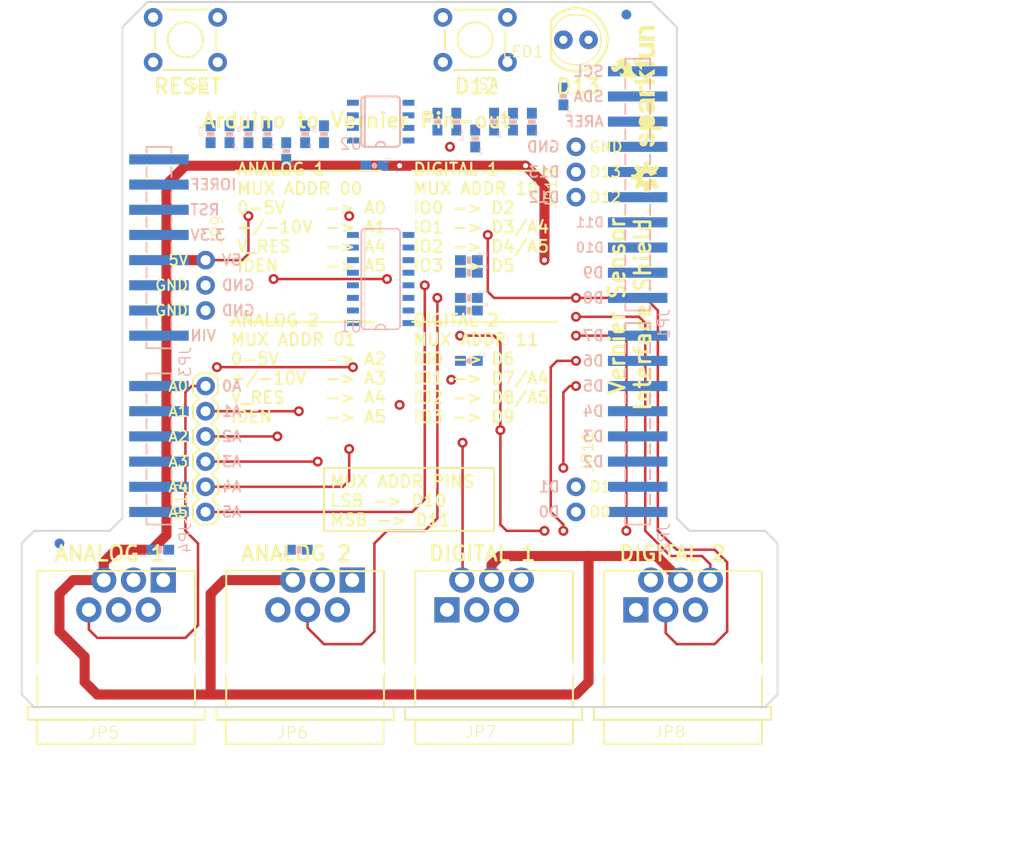
<source format=kicad_pcb>
(kicad_pcb (version 20211014) (generator pcbnew)
  (layers (0 "F.Cu" signal) (1 "In1.Cu" signal) (2 "In2.Cu" signal) (31 "B.Cu" signal) (34 "B.Paste" user) (35 "F.Paste" user) (36 "B.SilkS" user "B.Silkscreen") (37 "F.SilkS" user "F.Silkscreen") (38 "B.Mask" user) (39 "F.Mask" user) (44 "Edge.Cuts" user))
  (net 0 "")
  (net 1 "VIN")
  (net 2 "GND")
  (net 3 "5V")
  (net 4 "3.3V")
  (net 5 "RESET")
  (net 6 "A4")
  (net 7 "A5")
  (net 8 "AREF")
  (net 9 "12")
  (net 10 "0")
  (net 11 "1")
  (net 12 "SCL")
  (net 13 "SDA")
  (net 14 "IOREF")
  (net 15 "N$2")
  (net 16 "N$1")
  (net 17 "N$3")
  (net 18 "N$5")
  (net 19 "N$6")
  (net 20 "N$8")
  (net 21 "AS1_AN1")
  (net 22 "AS1_AUTOID")
  (net 23 "AS1_AN2")
  (net 24 "AS2_AN2")
  (net 25 "AS2_AUTOID")
  (net 26 "AS2_VRES")
  (net 27 "AS2_AN1")
  (net 28 "D2_IO3")
  (net 29 "D2_IO2")
  (net 30 "D2_IO1")
  (net 31 "D2_IO0")
  (net 32 "D1_IO3")
  (net 33 "D1_IO2")
  (net 34 "D1_IO1")
  (net 35 "D1_IO0")
  (net 36 "MUX_A0")
  (net 37 "MUX_A1")
  (net 38 "N$9")
  (net 39 "13")
  (net 40 "A1")
  (net 41 "A3")
  (net 42 "AS1_VRES")
  (footprint "boardEagle:OSHW-LOGO-S" (layer "F.Cu") (at 173.3931 87.0966 90)
    (fp_text reference "LOGO2" hide)
    (fp_text value "OSHW-LOGOS" hide)
  )
  (footprint "boardEagle:BTD" (layer "F.Cu") (at 158.0261 136.7536)
    (fp_text reference "JP7" (at -3 7) (layer "F.SilkS") (effects (font (size 1.1684 1.1684) (thickness 0.1016)) (justify left bottom)))
    (fp_text value "BTD" hide)
    (pad "" np_thru_hole circle (at -6.45 0) (size 3.2 3.2) (drill 3.2) (layers *.Cu *.Mask))
    (pad "" np_thru_hole circle (at 6.45 0) (size 3.2 3.2) (drill 3.2) (layers *.Cu *.Mask))
    (pad "1" thru_hole rect (at -4.75 -6 180) (size 2.54 2.54) (drill 1.4) (layers *.Cu *.Mask) (net 35 "D1_IO0"))
    (pad "2" thru_hole circle (at -3.25 -9 180) (size 2.54 2.54) (drill 1.4) (layers *.Cu *.Mask) (net 34 "D1_IO1"))
    (pad "3" thru_hole circle (at -1.75 -6 180) (size 2.54 2.54) (drill 1.4) (layers *.Cu *.Mask) (net 33 "D1_IO2"))
    (pad "4" thru_hole circle (at -0.25 -9 180) (size 2.54 2.54) (drill 1.4) (layers *.Cu *.Mask) (net 3 "5V"))
    (pad "5" thru_hole circle (at 1.25 -6 180) (size 2.54 2.54) (drill 1.4) (layers *.Cu *.Mask) (net 2 "GND"))
    (pad "6" thru_hole circle (at 2.75 -9 180) (size 2.54 2.54) (drill 1.4) (layers *.Cu *.Mask) (net 32 "D1_IO3"))
  )
  (footprint "boardEagle:CREATIVE_COMMONS" (layer "F.Cu") (at 128.539643 153.2636)
    (fp_text reference "FRAME1" hide)
    (fp_text value "FRAME-LETTER" hide)
  )
  (footprint "boardEagle:SFE-NEW-WEB" (layer "F.Cu") (at 175.1711 84.0486 90)
    (fp_text reference "LOGO_3" hide)
    (fp_text value "LOGO-SFENW2" hide)
  )
  (footprint "boardEagle:1X03_NO_SILK" (layer "F.Cu") (at 128.9431 95.4786 -90)
    (fp_text reference "JP9" (at -1.3462 -1.8288 -90) (layer "F.SilkS") (effects (font (size 1.143 1.143) (thickness 0.127)) (justify left bottom)))
    (fp_text value "")
    (pad "1" thru_hole circle (at 0 0) (size 1.8796 1.8796) (drill 1.016) (layers *.Cu *.Mask) (net 3 "5V"))
    (pad "2" thru_hole circle (at 2.54 0) (size 1.8796 1.8796) (drill 1.016) (layers *.Cu *.Mask) (net 2 "GND"))
    (pad "3" thru_hole circle (at 5.08 0) (size 1.8796 1.8796) (drill 1.016) (layers *.Cu *.Mask) (net 2 "GND"))
  )
  (footprint "boardEagle:BTA" (layer "F.Cu") (at 119.9261 136.7536)
    (fp_text reference "JP5" (at -2.92 7.07) (layer "F.SilkS") (effects (font (size 1.1684 1.1684) (thickness 0.1016)) (justify left bottom)))
    (fp_text value "BTA" hide)
    (pad "" np_thru_hole circle (at 6.45 0) (size 3.2 3.2) (drill 3.2) (layers *.Cu *.Mask))
    (pad "" np_thru_hole circle (at -6.45 0) (size 3.2 3.2) (drill 3.2) (layers *.Cu *.Mask))
    (pad "1" thru_hole rect (at 4.75 -9 90) (size 2.54 2.54) (drill 1.4) (layers *.Cu *.Mask) (net 21 "AS1_AN1"))
    (pad "2" thru_hole circle (at 3.25 -6) (size 2.54 2.54) (drill 1.4) (layers *.Cu *.Mask) (net 2 "GND"))
    (pad "3" thru_hole circle (at 1.75 -9) (size 2.54 2.54) (drill 1.4) (layers *.Cu *.Mask) (net 42 "AS1_VRES"))
    (pad "4" thru_hole circle (at 0.25 -6) (size 2.54 2.54) (drill 1.4) (layers *.Cu *.Mask) (net 22 "AS1_AUTOID"))
    (pad "5" thru_hole circle (at -1.25 -9) (size 2.54 2.54) (drill 1.4) (layers *.Cu *.Mask) (net 3 "5V"))
    (pad "6" thru_hole circle (at -2.75 -6) (size 2.54 2.54) (drill 1.4) (layers *.Cu *.Mask) (net 23 "AS1_AN2"))
  )
  (footprint "boardEagle:REVISION" (layer "F.Cu") (at 139.6111 155.8036)
    (fp_text reference "U$1" hide)
    (fp_text value "REVISION" hide)
  )
  (footprint "boardEagle:TACTILE-PTH" (layer "F.Cu") (at 126.9111 73.2536 180)
    (fp_text reference "S3" (at -2.54 -3.81 180) (layer "F.SilkS") (effects (font (size 1.143 1.143) (thickness 0.127)) (justify right top)))
    (fp_text value "Reset" hide)
    (pad "1" thru_hole circle (at -3.2512 -2.2606 180) (size 1.8796 1.8796) (drill 1.016) (layers *.Cu *.Mask) (net 2 "GND"))
    (pad "2" thru_hole circle (at 3.2512 -2.2606 180) (size 1.8796 1.8796) (drill 1.016) (layers *.Cu *.Mask))
    (pad "3" thru_hole circle (at -3.2512 2.2606 180) (size 1.8796 1.8796) (drill 1.016) (layers *.Cu *.Mask) (net 5 "RESET"))
    (pad "4" thru_hole circle (at 3.2512 2.2606 180) (size 1.8796 1.8796) (drill 1.016) (layers *.Cu *.Mask))
  )
  (footprint "boardEagle:1X06" (layer "F.Cu") (at 128.9431 120.8786 90)
    (fp_text reference "JP12" (at -1.3462 -1.8288 90) (layer "F.SilkS") (effects (font (size 1.143 1.143) (thickness 0.127)) (justify left bottom)))
    (fp_text value "Male")
    (pad "1" thru_hole circle (at 0 0 180) (size 1.8796 1.8796) (drill 1.016) (layers *.Cu *.Mask) (net 7 "A5"))
    (pad "2" thru_hole circle (at 2.54 0 180) (size 1.8796 1.8796) (drill 1.016) (layers *.Cu *.Mask) (net 6 "A4"))
    (pad "3" thru_hole circle (at 5.08 0 180) (size 1.8796 1.8796) (drill 1.016) (layers *.Cu *.Mask) (net 41 "A3"))
    (pad "4" thru_hole circle (at 7.62 0 180) (size 1.8796 1.8796) (drill 1.016) (layers *.Cu *.Mask) (net 24 "AS2_AN2"))
    (pad "5" thru_hole circle (at 10.16 0 180) (size 1.8796 1.8796) (drill 1.016) (layers *.Cu *.Mask) (net 40 "A1"))
    (pad "6" thru_hole circle (at 12.7 0 180) (size 1.8796 1.8796) (drill 1.016) (layers *.Cu *.Mask) (net 23 "AS1_AN2"))
  )
  (footprint "boardEagle:LED5MM" (layer "F.Cu") (at 166.2811 73.2536 180)
    (fp_text reference "LED1" (at 3.175 -0.5334 180) (layer "F.SilkS") (effects (font (size 1.143 1.143) (thickness 0.127)) (justify right top)))
    (fp_text value "")
    (pad "A" thru_hole circle (at -1.27 0 180) (size 1.8796 1.8796) (drill 0.8128) (layers *.Cu *.Mask) (net 39 "13"))
    (pad "K" thru_hole circle (at 1.27 0 180) (size 1.8796 1.8796) (drill 0.8128) (layers *.Cu *.Mask) (net 38 "N$9"))
  )
  (footprint "boardEagle:SFE-LOGO-FLAME" (layer "F.Cu") (at 172.6311 77.0636 90)
    (fp_text reference "LOGO_1" hide)
    (fp_text value "LOGO-SFESK" hide)
  )
  (footprint "boardEagle:BTA" (layer "F.Cu") (at 138.9761 136.7536)
    (fp_text reference "JP6" (at -2.92 7.07) (layer "F.SilkS") (effects (font (size 1.1684 1.1684) (thickness 0.1016)) (justify left bottom)))
    (fp_text value "BTA" hide)
    (pad "" np_thru_hole circle (at 6.45 0) (size 3.2 3.2) (drill 3.2) (layers *.Cu *.Mask))
    (pad "" np_thru_hole circle (at -6.45 0) (size 3.2 3.2) (drill 3.2) (layers *.Cu *.Mask))
    (pad "1" thru_hole rect (at 4.75 -9 90) (size 2.54 2.54) (drill 1.4) (layers *.Cu *.Mask) (net 27 "AS2_AN1"))
    (pad "2" thru_hole circle (at 3.25 -6) (size 2.54 2.54) (drill 1.4) (layers *.Cu *.Mask) (net 2 "GND"))
    (pad "3" thru_hole circle (at 1.75 -9) (size 2.54 2.54) (drill 1.4) (layers *.Cu *.Mask) (net 26 "AS2_VRES"))
    (pad "4" thru_hole circle (at 0.25 -6) (size 2.54 2.54) (drill 1.4) (layers *.Cu *.Mask) (net 25 "AS2_AUTOID"))
    (pad "5" thru_hole circle (at -1.25 -9) (size 2.54 2.54) (drill 1.4) (layers *.Cu *.Mask) (net 3 "5V"))
    (pad "6" thru_hole circle (at -2.75 -6) (size 2.54 2.54) (drill 1.4) (layers *.Cu *.Mask) (net 24 "AS2_AN2"))
  )
  (footprint "boardEagle:1X02_NO_SILK" (layer "F.Cu") (at 166.2811 118.3386 -90)
    (fp_text reference "JP11" (at -1.3462 -1.8288 -90) (layer "F.SilkS") (effects (font (size 1.143 1.143) (thickness 0.127)) (justify left bottom)))
    (fp_text value "M021X02_NO_SILK")
    (pad "1" thru_hole circle (at 0 0) (size 1.8796 1.8796) (drill 1.016) (layers *.Cu *.Mask) (net 11 "1"))
    (pad "2" thru_hole circle (at 2.54 0) (size 1.8796 1.8796) (drill 1.016) (layers *.Cu *.Mask) (net 10 "0"))
  )
  (footprint "boardEagle:BTD" (layer "F.Cu") (at 177.0761 136.7536)
    (fp_text reference "JP8" (at -3 7) (layer "F.SilkS") (effects (font (size 1.1684 1.1684) (thickness 0.1016)) (justify left bottom)))
    (fp_text value "BTD" hide)
    (pad "" np_thru_hole circle (at -6.45 0) (size 3.2 3.2) (drill 3.2) (layers *.Cu *.Mask))
    (pad "" np_thru_hole circle (at 6.45 0) (size 3.2 3.2) (drill 3.2) (layers *.Cu *.Mask))
    (pad "1" thru_hole rect (at -4.75 -6 180) (size 2.54 2.54) (drill 1.4) (layers *.Cu *.Mask) (net 31 "D2_IO0"))
    (pad "2" thru_hole circle (at -3.25 -9 180) (size 2.54 2.54) (drill 1.4) (layers *.Cu *.Mask) (net 30 "D2_IO1"))
    (pad "3" thru_hole circle (at -1.75 -6 180) (size 2.54 2.54) (drill 1.4) (layers *.Cu *.Mask) (net 29 "D2_IO2"))
    (pad "4" thru_hole circle (at -0.25 -9 180) (size 2.54 2.54) (drill 1.4) (layers *.Cu *.Mask) (net 3 "5V"))
    (pad "5" thru_hole circle (at 1.25 -6 180) (size 2.54 2.54) (drill 1.4) (layers *.Cu *.Mask) (net 2 "GND"))
    (pad "6" thru_hole circle (at 2.75 -9 180) (size 2.54 2.54) (drill 1.4) (layers *.Cu *.Mask) (net 28 "D2_IO3"))
  )
  (footprint "boardEagle:TACTILE-PTH" (layer "F.Cu") (at 156.1211 73.2536 180)
    (fp_text reference "S4" (at -2.54 -3.81 180) (layer "F.SilkS") (effects (font (size 1.143 1.143) (thickness 0.127)) (justify right top)))
    (fp_text value "D12" hide)
    (pad "1" thru_hole circle (at -3.2512 -2.2606 180) (size 1.8796 1.8796) (drill 1.016) (layers *.Cu *.Mask) (net 9 "12"))
    (pad "2" thru_hole circle (at 3.2512 -2.2606 180) (size 1.8796 1.8796) (drill 1.016) (layers *.Cu *.Mask))
    (pad "3" thru_hole circle (at -3.2512 2.2606 180) (size 1.8796 1.8796) (drill 1.016) (layers *.Cu *.Mask) (net 2 "GND"))
    (pad "4" thru_hole circle (at 3.2512 2.2606 180) (size 1.8796 1.8796) (drill 1.016) (layers *.Cu *.Mask))
  )
  (footprint "boardEagle:1X03_NO_SILK" (layer "F.Cu") (at 166.2811 89.1286 90)
    (fp_text reference "JP10" (at -1.3462 -1.8288 90) (layer "F.SilkS") (effects (font (size 1.143 1.143) (thickness 0.127)) (justify left bottom)))
    (fp_text value "")
    (pad "1" thru_hole circle (at 0 0 180) (size 1.8796 1.8796) (drill 1.016) (layers *.Cu *.Mask) (net 9 "12"))
    (pad "2" thru_hole circle (at 2.54 0 180) (size 1.8796 1.8796) (drill 1.016) (layers *.Cu *.Mask) (net 39 "13"))
    (pad "3" thru_hole circle (at 5.08 0 180) (size 1.8796 1.8796) (drill 1.016) (layers *.Cu *.Mask) (net 2 "GND"))
  )
  (footprint "boardEagle:1X08_SMD_MALE" (layer "B.Cu") (at 172.5041 120.8786 90)
    (fp_text reference "JP2" (at -1 3.321 270) (layer "B.SilkS") (effects (font (size 1.143 1.143) (thickness 0.127)) (justify left bottom mirror)))
    (fp_text value "Male")
    (pad "1" smd rect (at 0 0 90) (size 1.02 6) (layers "B.Cu" "B.Paste" "B.Mask") (net 10 "0"))
    (pad "2" smd rect (at 2.54 0 90) (size 1.02 6) (layers "B.Cu" "B.Paste" "B.Mask") (net 11 "1"))
    (pad "3" smd rect (at 5.08 0 90) (size 1.02 6) (layers "B.Cu" "B.Paste" "B.Mask") (net 35 "D1_IO0"))
    (pad "4" smd rect (at 7.62 0 90) (size 1.02 6) (layers "B.Cu" "B.Paste" "B.Mask") (net 34 "D1_IO1"))
    (pad "5" smd rect (at 10.16 0 90) (size 1.02 6) (layers "B.Cu" "B.Paste" "B.Mask") (net 33 "D1_IO2"))
    (pad "6" smd rect (at 12.7 0 90) (size 1.02 6) (layers "B.Cu" "B.Paste" "B.Mask") (net 32 "D1_IO3"))
    (pad "7" smd rect (at 15.24 0 90) (size 1.02 6) (layers "B.Cu" "B.Paste" "B.Mask") (net 31 "D2_IO0"))
    (pad "8" smd rect (at 17.78 0 90) (size 1.02 6) (layers "B.Cu" "B.Paste" "B.Mask") (net 30 "D2_IO1"))
  )
  (footprint "boardEagle:0603-RES" (layer "B.Cu") (at 158.0261 81.5086 90)
    (fp_text reference "R8" (at -0.889 0.762 270) (layer "B.SilkS") (effects (font (size 0.373888 0.373888) (thickness 0.032512)) (justify left bottom mirror)))
    (fp_text value "20k")
    (pad "1" smd rect (at -0.85 0 90) (size 1.1 1) (layers "B.Cu" "B.Paste" "B.Mask") (net 27 "AS2_AN1"))
    (pad "2" smd rect (at 0.85 0 90) (size 1.1 1) (layers "B.Cu" "B.Paste" "B.Mask") (net 19 "N$6"))
  )
  (footprint "boardEagle:0603-RES" (layer "B.Cu") (at 155.4861 96.7486 180)
    (fp_text reference "R13" (at -0.889 0.762) (layer "B.SilkS") (effects (font (size 0.373888 0.373888) (thickness 0.032512)) (justify right top mirror)))
    (fp_text value "10K")
    (pad "1" smd rect (at -0.85 0 180) (size 1.1 1) (layers "B.Cu" "B.Paste" "B.Mask") (net 3 "5V"))
    (pad "2" smd rect (at 0.85 0 180) (size 1.1 1) (layers "B.Cu" "B.Paste" "B.Mask") (net 22 "AS1_AUTOID"))
  )
  (footprint "boardEagle:0603-RES" (layer "B.Cu") (at 165.0111 78.9686 90)
    (fp_text reference "R19" (at -0.889 0.762 270) (layer "B.SilkS") (effects (font (size 0.373888 0.373888) (thickness 0.032512)) (justify left bottom mirror)))
    (fp_text value "330")
    (pad "1" smd rect (at -0.85 0 90) (size 1.1 1) (layers "B.Cu" "B.Paste" "B.Mask") (net 2 "GND"))
    (pad "2" smd rect (at 0.85 0 90) (size 1.1 1) (layers "B.Cu" "B.Paste" "B.Mask") (net 38 "N$9"))
  )
  (footprint "boardEagle:0603-RES" (layer "B.Cu") (at 159.9311 81.5086 -90)
    (fp_text reference "R12" (at -0.889 0.762 90) (layer "B.SilkS") (effects (font (size 0.373888 0.373888) (thickness 0.032512)) (justify left bottom mirror)))
    (fp_text value "10K")
    (pad "1" smd rect (at -0.85 0 270) (size 1.1 1) (layers "B.Cu" "B.Paste" "B.Mask") (net 19 "N$6"))
    (pad "2" smd rect (at 0.85 0 270) (size 1.1 1) (layers "B.Cu" "B.Paste" "B.Mask") (net 3 "5V"))
  )
  (footprint "boardEagle:0603-RES" (layer "B.Cu") (at 155.4861 100.5586 180)
    (fp_text reference "R17" (at -0.889 0.762) (layer "B.SilkS") (effects (font (size 0.373888 0.373888) (thickness 0.032512)) (justify right top mirror)))
    (fp_text value "10K")
    (pad "1" smd rect (at -0.85 0 180) (size 1.1 1) (layers "B.Cu" "B.Paste" "B.Mask") (net 3 "5V"))
    (pad "2" smd rect (at 0.85 0 180) (size 1.1 1) (layers "B.Cu" "B.Paste" "B.Mask") (net 33 "D1_IO2"))
  )
  (footprint "boardEagle:1X10_SMD_MALE" (layer "B.Cu") (at 172.5041 99.2886 90)
    (fp_text reference "JP1" (at -1 3.321 270) (layer "B.SilkS") (effects (font (size 1.143 1.143) (thickness 0.127)) (justify left bottom mirror)))
    (fp_text value "Male")
    (pad "1" smd rect (at 0 0 90) (size 1.02 6) (layers "B.Cu" "B.Paste" "B.Mask") (net 29 "D2_IO2"))
    (pad "2" smd rect (at 2.54 0 90) (size 1.02 6) (layers "B.Cu" "B.Paste" "B.Mask") (net 28 "D2_IO3"))
    (pad "3" smd rect (at 5.08 0 90) (size 1.02 6) (layers "B.Cu" "B.Paste" "B.Mask") (net 36 "MUX_A0"))
    (pad "4" smd rect (at 7.62 0 90) (size 1.02 6) (layers "B.Cu" "B.Paste" "B.Mask") (net 37 "MUX_A1"))
    (pad "5" smd rect (at 10.16 0 90) (size 1.02 6) (layers "B.Cu" "B.Paste" "B.Mask") (net 9 "12"))
    (pad "6" smd rect (at 12.7 0 90) (size 1.02 6) (layers "B.Cu" "B.Paste" "B.Mask") (net 39 "13"))
    (pad "7" smd rect (at 15.24 0 90) (size 1.02 6) (layers "B.Cu" "B.Paste" "B.Mask") (net 2 "GND"))
    (pad "8" smd rect (at 17.78 0 90) (size 1.02 6) (layers "B.Cu" "B.Paste" "B.Mask") (net 8 "AREF"))
    (pad "9" smd rect (at 20.32 0 90) (size 1.02 6) (layers "B.Cu" "B.Paste" "B.Mask") (net 13 "SDA"))
    (pad "10" smd rect (at 22.86 0 90) (size 1.02 6) (layers "B.Cu" "B.Paste" "B.Mask") (net 12 "SCL"))
  )
  (footprint "boardEagle:0603-RES" (layer "B.Cu") (at 133.2611 82.7786 -90)
    (fp_text reference "R6" (at -0.889 0.762 90) (layer "B.SilkS") (effects (font (size 0.373888 0.373888) (thickness 0.032512)) (justify left bottom mirror)))
    (fp_text value "10K")
    (pad "1" smd rect (at -0.85 0 270) (size 1.1 1) (layers "B.Cu" "B.Paste" "B.Mask") (net 16 "N$1"))
    (pad "2" smd rect (at 0.85 0 270) (size 1.1 1) (layers "B.Cu" "B.Paste" "B.Mask") (net 3 "5V"))
  )
  (footprint "boardEagle:SO08-TIGHT" (layer "B.Cu") (at 146.5961 81.5086 90)
    (fp_text reference "U2" (at -2.921 -1.778 180) (layer "B.SilkS") (effects (font (size 1.143 1.143) (thickness 0.127)) (justify left bottom mirror)))
    (fp_text value "LMV358SOICT")
    (pad "1" smd rect (at -1.905 -2.8 90) (size 0.6 1.2) (layers "B.Cu" "B.Paste" "B.Mask") (net 40 "A1"))
    (pad "2" smd rect (at -0.635 -2.8 90) (size 0.6 1.2) (layers "B.Cu" "B.Paste" "B.Mask") (net 17 "N$3"))
    (pad "3" smd rect (at 0.635 -2.8 90) (size 0.6 1.2) (layers "B.Cu" "B.Paste" "B.Mask") (net 16 "N$1"))
    (pad "4" smd rect (at 1.905 -2.8 90) (size 0.6 1.2) (layers "B.Cu" "B.Paste" "B.Mask") (net 2 "GND"))
    (pad "5" smd rect (at 1.905 2.8 90) (size 0.6 1.2) (layers "B.Cu" "B.Paste" "B.Mask") (net 19 "N$6"))
    (pad "6" smd rect (at 0.635 2.8 90) (size 0.6 1.2) (layers "B.Cu" "B.Paste" "B.Mask") (net 20 "N$8"))
    (pad "7" smd rect (at -0.635 2.8 90) (size 0.6 1.2) (layers "B.Cu" "B.Paste" "B.Mask") (net 41 "A3"))
    (pad "8" smd rect (at -1.905 2.8 90) (size 0.6 1.2) (layers "B.Cu" "B.Paste" "B.Mask") (net 3 "5V"))
  )
  (footprint "boardEagle:0603-CAP" (layer "B.Cu") (at 155.4861 105.6386 180)
    (fp_text reference "C2" (at -0.889 0.762) (layer "B.SilkS") (effects (font (size 0.373888 0.373888) (thickness 0.032512)) (justify right top mirror)))
    (fp_text value "0.1uF")
    (pad "1" smd rect (at -0.85 0 180) (size 1.1 1) (layers "B.Cu" "B.Paste" "B.Mask") (net 3 "5V"))
    (pad "2" smd rect (at 0.85 0 180) (size 1.1 1) (layers "B.Cu" "B.Paste" "B.Mask") (net 2 "GND"))
  )
  (footprint "boardEagle:0603-RES" (layer "B.Cu") (at 161.8361 81.5086 90)
    (fp_text reference "R7" (at -0.889 0.762 270) (layer "B.SilkS") (effects (font (size 0.373888 0.373888) (thickness 0.032512)) (justify left bottom mirror)))
    (fp_text value "10K")
    (pad "1" smd rect (at -0.85 0 90) (size 1.1 1) (layers "B.Cu" "B.Paste" "B.Mask") (net 2 "GND"))
    (pad "2" smd rect (at 0.85 0 90) (size 1.1 1) (layers "B.Cu" "B.Paste" "B.Mask") (net 19 "N$6"))
  )
  (footprint "boardEagle:0603-RES" (layer "B.Cu") (at 129.4511 82.7786 -90)
    (fp_text reference "R20" (at -0.889 0.762 90) (layer "B.SilkS") (effects (font (size 0.373888 0.373888) (thickness 0.032512)) (justify left bottom mirror)))
    (fp_text value "10K")
    (pad "1" smd rect (at -0.85 0 270) (size 1.1 1) (layers "B.Cu" "B.Paste" "B.Mask") (net 5 "RESET"))
    (pad "2" smd rect (at 0.85 0 270) (size 1.1 1) (layers "B.Cu" "B.Paste" "B.Mask") (net 3 "5V"))
  )
  (footprint "boardEagle:0603-RES" (layer "B.Cu") (at 155.4861 95.4786 180)
    (fp_text reference "R18" (at -0.889 0.762) (layer "B.SilkS") (effects (font (size 0.373888 0.373888) (thickness 0.032512)) (justify right top mirror)))
    (fp_text value "10K")
    (pad "1" smd rect (at -0.85 0 180) (size 1.1 1) (layers "B.Cu" "B.Paste" "B.Mask") (net 3 "5V"))
    (pad "2" smd rect (at 0.85 0 180) (size 1.1 1) (layers "B.Cu" "B.Paste" "B.Mask") (net 29 "D2_IO2"))
  )
  (footprint "boardEagle:0603-RES" (layer "B.Cu") (at 137.0711 84.4804 90)
    (fp_text reference "R3" (at -0.889 0.762 270) (layer "B.SilkS") (effects (font (size 0.373888 0.373888) (thickness 0.032512)) (justify left bottom mirror)))
    (fp_text value "20k")
    (pad "1" smd rect (at -0.85 0 90) (size 1.1 1) (layers "B.Cu" "B.Paste" "B.Mask") (net 2 "GND"))
    (pad "2" smd rect (at 0.85 0 90) (size 1.1 1) (layers "B.Cu" "B.Paste" "B.Mask") (net 15 "N$2"))
  )
  (footprint "boardEagle:0603-RES" (layer "B.Cu") (at 152.3111 81.5086 -90)
    (fp_text reference "R11" (at -0.889 0.762 90) (layer "B.SilkS") (effects (font (size 0.373888 0.373888) (thickness 0.032512)) (justify left bottom mirror)))
    (fp_text value "10K")
    (pad "1" smd rect (at -0.85 0 270) (size 1.1 1) (layers "B.Cu" "B.Paste" "B.Mask") (net 20 "N$8"))
    (pad "2" smd rect (at 0.85 0 270) (size 1.1 1) (layers "B.Cu" "B.Paste" "B.Mask") (net 41 "A3"))
  )
  (footprint "boardEagle:1X08_SMD_MALE" (layer "B.Cu") (at 124.2441 103.0986 90)
    (fp_text reference "JP3" (at -1 3.321 270) (layer "B.SilkS") (effects (font (size 1.143 1.143) (thickness 0.127)) (justify left bottom mirror)))
    (fp_text value "Male")
    (pad "1" smd rect (at 0 0 90) (size 1.02 6) (layers "B.Cu" "B.Paste" "B.Mask") (net 1 "VIN"))
    (pad "2" smd rect (at 2.54 0 90) (size 1.02 6) (layers "B.Cu" "B.Paste" "B.Mask") (net 2 "GND"))
    (pad "3" smd rect (at 5.08 0 90) (size 1.02 6) (layers "B.Cu" "B.Paste" "B.Mask") (net 2 "GND"))
    (pad "4" smd rect (at 7.62 0 90) (size 1.02 6) (layers "B.Cu" "B.Paste" "B.Mask") (net 3 "5V"))
    (pad "5" smd rect (at 10.16 0 90) (size 1.02 6) (layers "B.Cu" "B.Paste" "B.Mask") (net 4 "3.3V"))
    (pad "6" smd rect (at 12.7 0 90) (size 1.02 6) (layers "B.Cu" "B.Paste" "B.Mask") (net 5 "RESET"))
    (pad "7" smd rect (at 15.24 0 90) (size 1.02 6) (layers "B.Cu" "B.Paste" "B.Mask") (net 14 "IOREF"))
    (pad "8" smd rect (at 17.78 0 90) (size 1.02 6) (layers "B.Cu" "B.Paste" "B.Mask"))
  )
  (footprint "boardEagle:FIDUCIAL-1X2" (layer "B.Cu") (at 171.3611 70.7136 180)
    (fp_text reference "FID2" hide)
    (fp_text value "FIDUCIAL1X2" hide)
    (pad "1" smd roundrect (at 0 0 180) (size 1 1) (layers "B.Cu" "B.Mask") (roundrect_rratio 0.5))
  )
  (footprint "boardEagle:1X06_SMD_MALE" (layer "B.Cu") (at 124.2441 120.8786 90)
    (fp_text reference "JP4" (at -1 3.321 270) (layer "B.SilkS") (effects (font (size 1.143 1.143) (thickness 0.127)) (justify left bottom mirror)))
    (fp_text value "Male")
    (pad "1" smd rect (at 0 0 90) (size 1.02 6) (layers "B.Cu" "B.Paste" "B.Mask") (net 7 "A5"))
    (pad "2" smd rect (at 2.54 0 90) (size 1.02 6) (layers "B.Cu" "B.Paste" "B.Mask") (net 6 "A4"))
    (pad "3" smd rect (at 5.08 0 90) (size 1.02 6) (layers "B.Cu" "B.Paste" "B.Mask") (net 41 "A3"))
    (pad "4" smd rect (at 7.62 0 90) (size 1.02 6) (layers "B.Cu" "B.Paste" "B.Mask") (net 24 "AS2_AN2"))
    (pad "5" smd rect (at 10.16 0 90) (size 1.02 6) (layers "B.Cu" "B.Paste" "B.Mask") (net 40 "A1"))
    (pad "6" smd rect (at 12.7 0 90) (size 1.02 6) (layers "B.Cu" "B.Paste" "B.Mask") (net 23 "AS1_AN2"))
  )
  (footprint "boardEagle:0603-RES" (layer "B.Cu") (at 154.2161 81.5086 90)
    (fp_text reference "R10" (at -0.889 0.762 270) (layer "B.SilkS") (effects (font (size 0.373888 0.373888) (thickness 0.032512)) (justify left bottom mirror)))
    (fp_text value "20k")
    (pad "1" smd rect (at -0.85 0 90) (size 1.1 1) (layers "B.Cu" "B.Paste" "B.Mask") (net 18 "N$5"))
    (pad "2" smd rect (at 0.85 0 90) (size 1.1 1) (layers "B.Cu" "B.Paste" "B.Mask") (net 20 "N$8"))
  )
  (footprint "boardEagle:0603-RES" (layer "B.Cu") (at 131.3561 82.7786 90)
    (fp_text reference "R2" (at -0.889 0.762 270) (layer "B.SilkS") (effects (font (size 0.373888 0.373888) (thickness 0.032512)) (justify left bottom mirror)))
    (fp_text value "20k")
    (pad "1" smd rect (at -0.85 0 90) (size 1.1 1) (layers "B.Cu" "B.Paste" "B.Mask") (net 21 "AS1_AN1"))
    (pad "2" smd rect (at 0.85 0 90) (size 1.1 1) (layers "B.Cu" "B.Paste" "B.Mask") (net 16 "N$1"))
  )
  (footprint "boardEagle:0603-RES" (layer "B.Cu") (at 138.3411 124.6886)
    (fp_text reference "R16" (at -0.889 0.762 180) (layer "B.SilkS") (effects (font (size 0.373888 0.373888) (thickness 0.032512)) (justify left bottom mirror)))
    (fp_text value "15K")
    (pad "1" smd rect (at -0.85 0) (size 1.1 1) (layers "B.Cu" "B.Paste" "B.Mask") (net 3 "5V"))
    (pad "2" smd rect (at 0.85 0) (size 1.1 1) (layers "B.Cu" "B.Paste" "B.Mask") (net 26 "AS2_VRES"))
  )
  (footprint "boardEagle:0603-RES" (layer "B.Cu") (at 138.9761 82.7786 90)
    (fp_text reference "R4" (at -0.889 0.762 270) (layer "B.SilkS") (effects (font (size 0.373888 0.373888) (thickness 0.032512)) (justify left bottom mirror)))
    (fp_text value "20k")
    (pad "1" smd rect (at -0.85 0 90) (size 1.1 1) (layers "B.Cu" "B.Paste" "B.Mask") (net 15 "N$2"))
    (pad "2" smd rect (at 0.85 0 90) (size 1.1 1) (layers "B.Cu" "B.Paste" "B.Mask") (net 17 "N$3"))
  )
  (footprint "boardEagle:FIDUCIAL-1X2" (layer "B.Cu") (at 114.2111 124.0536 180)
    (fp_text reference "FID1" hide)
    (fp_text value "FIDUCIAL1X2" hide)
    (pad "1" smd roundrect (at 0 0 180) (size 1 1) (layers "B.Cu" "B.Mask") (roundrect_rratio 0.5))
  )
  (footprint "boardEagle:0603-RES" (layer "B.Cu") (at 135.1661 82.7786 90)
    (fp_text reference "R1" (at -0.889 0.762 270) (layer "B.SilkS") (effects (font (size 0.373888 0.373888) (thickness 0.032512)) (justify left bottom mirror)))
    (fp_text value "10K")
    (pad "1" smd rect (at -0.85 0 90) (size 1.1 1) (layers "B.Cu" "B.Paste" "B.Mask") (net 2 "GND"))
    (pad "2" smd rect (at 0.85 0 90) (size 1.1 1) (layers "B.Cu" "B.Paste" "B.Mask") (net 16 "N$1"))
  )
  (footprint "boardEagle:0603-CAP" (layer "B.Cu") (at 145.9611 85.9536 180)
    (fp_text reference "C1" (at -0.889 0.762) (layer "B.SilkS") (effects (font (size 0.373888 0.373888) (thickness 0.032512)) (justify right top mirror)))
    (fp_text value "0.1uF")
    (pad "1" smd rect (at -0.85 0 180) (size 1.1 1) (layers "B.Cu" "B.Paste" "B.Mask") (net 3 "5V"))
    (pad "2" smd rect (at 0.85 0 180) (size 1.1 1) (layers "B.Cu" "B.Paste" "B.Mask") (net 2 "GND"))
  )
  (footprint "boardEagle:0603-RES" (layer "B.Cu") (at 155.4861 99.2886 180)
    (fp_text reference "R15" (at -0.889 0.762) (layer "B.SilkS") (effects (font (size 0.373888 0.373888) (thickness 0.032512)) (justify right top mirror)))
    (fp_text value "10K")
    (pad "1" smd rect (at -0.85 0 180) (size 1.1 1) (layers "B.Cu" "B.Paste" "B.Mask") (net 3 "5V"))
    (pad "2" smd rect (at 0.85 0 180) (size 1.1 1) (layers "B.Cu" "B.Paste" "B.Mask") (net 25 "AS2_AUTOID"))
  )
  (footprint "boardEagle:SO16" (layer "B.Cu") (at 146.5961 97.3836 90)
    (fp_text reference "U1" (at -5.461 -1.778 180) (layer "B.SilkS") (effects (font (size 1.143 1.143) (thickness 0.127)) (justify left bottom mirror)))
    (fp_text value "74HC4052SO")
    (pad "1" smd rect (at -4.445 -2.8 90) (size 0.6 1.2) (layers "B.Cu" "B.Paste" "B.Mask") (net 42 "AS1_VRES"))
    (pad "2" smd rect (at -3.175 -2.8 90) (size 0.6 1.2) (layers "B.Cu" "B.Paste" "B.Mask") (net 34 "D1_IO1"))
    (pad "3" smd rect (at -1.905 -2.8 90) (size 0.6 1.2) (layers "B.Cu" "B.Paste" "B.Mask") (net 6 "A4"))
    (pad "4" smd rect (at -0.635 -2.8 90) (size 0.6 1.2) (layers "B.Cu" "B.Paste" "B.Mask") (net 30 "D2_IO1"))
    (pad "5" smd rect (at 0.635 -2.8 90) (size 0.6 1.2) (layers "B.Cu" "B.Paste" "B.Mask") (net 26 "AS2_VRES"))
    (pad "6" smd rect (at 1.905 -2.8 90) (size 0.6 1.2) (layers "B.Cu" "B.Paste" "B.Mask") (net 2 "GND"))
    (pad "7" smd rect (at 3.175 -2.8 90) (size 0.6 1.2) (layers "B.Cu" "B.Paste" "B.Mask") (net 2 "GND"))
    (pad "8" smd rect (at 4.445 -2.8 90) (size 0.6 1.2) (layers "B.Cu" "B.Paste" "B.Mask") (net 2 "GND"))
    (pad "9" smd rect (at 4.445 2.8 90) (size 0.6 1.2) (layers "B.Cu" "B.Paste" "B.Mask") (net 37 "MUX_A1"))
    (pad "10" smd rect (at 3.175 2.8 90) (size 0.6 1.2) (layers "B.Cu" "B.Paste" "B.Mask") (net 36 "MUX_A0"))
    (pad "11" smd rect (at 1.905 2.8 90) (size 0.6 1.2) (layers "B.Cu" "B.Paste" "B.Mask") (net 29 "D2_IO2"))
    (pad "12" smd rect (at 0.635 2.8 90) (size 0.6 1.2) (layers "B.Cu" "B.Paste" "B.Mask") (net 22 "AS1_AUTOID"))
    (pad "13" smd rect (at -0.635 2.8 90) (size 0.6 1.2) (layers "B.Cu" "B.Paste" "B.Mask") (net 7 "A5"))
    (pad "14" smd rect (at -1.905 2.8 90) (size 0.6 1.2) (layers "B.Cu" "B.Paste" "B.Mask") (net 25 "AS2_AUTOID"))
    (pad "15" smd rect (at -3.175 2.8 90) (size 0.6 1.2) (layers "B.Cu" "B.Paste" "B.Mask") (net 33 "D1_IO2"))
    (pad "16" smd rect (at -4.445 2.8 90) (size 0.6 1.2) (layers "B.Cu" "B.Paste" "B.Mask") (net 3 "5V"))
  )
  (footprint "boardEagle:0603-RES" (layer "B.Cu") (at 156.1211 83.2104 90)
    (fp_text reference "R9" (at -0.889 0.762 270) (layer "B.SilkS") (effects (font (size 0.373888 0.373888) (thickness 0.032512)) (justify left bottom mirror)))
    (fp_text value "20k")
    (pad "1" smd rect (at -0.85 0 90) (size 1.1 1) (layers "B.Cu" "B.Paste" "B.Mask") (net 2 "GND"))
    (pad "2" smd rect (at 0.85 0 90) (size 1.1 1) (layers "B.Cu" "B.Paste" "B.Mask") (net 18 "N$5"))
  )
  (footprint "boardEagle:0603-RES" (layer "B.Cu") (at 140.8811 82.7786 -90)
    (fp_text reference "R5" (at -0.889 0.762 90) (layer "B.SilkS") (effects (font (size 0.373888 0.373888) (thickness 0.032512)) (justify left bottom mirror)))
    (fp_text value "10K")
    (pad "1" smd rect (at -0.85 0 270) (size 1.1 1) (layers "B.Cu" "B.Paste" "B.Mask") (net 17 "N$3"))
    (pad "2" smd rect (at 0.85 0 270) (size 1.1 1) (layers "B.Cu" "B.Paste" "B.Mask") (net 40 "A1"))
  )
  (footprint "boardEagle:0603-RES" (layer "B.Cu") (at 124.3711 124.6886)
    (fp_text reference "R14" (at -0.889 0.762 180) (layer "B.SilkS") (effects (font (size 0.373888 0.373888) (thickness 0.032512)) (justify left bottom mirror)))
    (fp_text value "15K")
    (pad "1" smd rect (at -0.85 0) (size 1.1 1) (layers "B.Cu" "B.Paste" "B.Mask") (net 3 "5V"))
    (pad "2" smd rect (at 0.85 0) (size 1.1 1) (layers "B.Cu" "B.Paste" "B.Mask") (net 42 "AS1_VRES"))
  )
  (gr_line (start 158.0261 116.4336) (end 140.8811 116.4336) (layer "F.SilkS") (width 0.2032))
  (gr_line (start 140.8811 116.4336) (end 140.8811 122.7836) (layer "F.SilkS") (width 0.2032))
  (gr_line (start 149.7711 101.7016) (end 164.3761 101.7016) (layer "F.SilkS") (width 0.2032))
  (gr_line (start 149.7711 86.4616) (end 164.3761 86.4616) (layer "F.SilkS") (width 0.2032))
  (gr_line (start 131.9911 86.4616) (end 146.5961 86.4616) (layer "F.SilkS") (width 0.2032))
  (gr_line (start 140.8811 122.7836) (end 158.0261 122.7836) (layer "F.SilkS") (width 0.2032))
  (gr_line (start 131.3561 101.7016) (end 145.9611 101.7016) (layer "F.SilkS") (width 0.2032))
  (gr_line (start 158.0261 122.7836) (end 158.0261 116.4336) (layer "F.SilkS") (width 0.2032))
  (gr_line (start 186.6011 124.0536) (end 185.3311 122.7836) (layer "Edge.Cuts") (width 0.2032))
  (gr_line (start 119.2911 122.7836) (end 120.5611 121.5136) (layer "Edge.Cuts") (width 0.2032))
  (gr_line (start 110.4011 139.2936) (end 110.4011 124.0536) (layer "Edge.Cuts") (width 0.2032))
  (gr_line (start 111.6711 122.7836) (end 119.2911 122.7836) (layer "Edge.Cuts") (width 0.2032))
  (gr_line (start 185.3311 122.7836) (end 177.7111 122.7836) (layer "Edge.Cuts") (width 0.2032))
  (gr_line (start 110.4011 124.0536) (end 111.6711 122.7836) (layer "Edge.Cuts") (width 0.2032))
  (gr_line (start 120.5611 121.5136) (end 120.5611 71.9836) (layer "Edge.Cuts") (width 0.2032))
  (gr_line (start 185.3311 140.5636) (end 186.6011 139.2936) (layer "Edge.Cuts") (width 0.2032))
  (gr_line (start 120.5611 71.9836) (end 123.1011 69.4436) (layer "Edge.Cuts") (width 0.2032))
  (gr_line (start 186.6011 139.2936) (end 186.6011 124.0536) (layer "Edge.Cuts") (width 0.2032))
  (gr_line (start 111.6711 140.5636) (end 110.4011 139.2936) (layer "Edge.Cuts") (width 0.2032))
  (gr_line (start 176.4411 121.5136) (end 177.7111 122.7836) (layer "Edge.Cuts") (width 0.2032))
  (gr_line (start 111.6711 140.5636) (end 185.3311 140.5636) (layer "Edge.Cuts") (width 0.2032))
  (gr_line (start 173.9011 69.4436) (end 176.4411 71.9836) (layer "Edge.Cuts") (width 0.2032))
  (gr_line (start 176.4411 71.9836) (end 176.4411 121.5136) (layer "Edge.Cuts") (width 0.2032))
  (gr_line (start 123.1011 69.4436) (end 173.9011 69.4436) (layer "Edge.Cuts") (width 0.2032))
  (gr_text "D2" (at 169.2021 115.7986) (layer "B.SilkS") (effects (font (size 1.0795 1.0795) (thickness 0.1905)) (justify left mirror)))
  (gr_text "D11" (at 169.2021 91.6686) (layer "B.SilkS") (effects (font (size 0.97155 0.97155) (thickness 0.17145)) (justify left mirror)))
  (gr_text "GND" (at 130.4671 100.5586) (layer "B.SilkS") (effects (font (size 1.0795 1.0795) (thickness 0.1905)) (justify right mirror)))
  (gr_text "D4" (at 169.2021 110.7186) (layer "B.SilkS") (effects (font (size 1.0795 1.0795) (thickness 0.1905)) (justify left mirror)))
  (gr_text "A5" (at 130.4671 120.8786) (layer "B.SilkS") (effects (font (size 1.0795 1.0795) (thickness 0.1905)) (justify right mirror)))
  (gr_text "D10" (at 169.2021 94.2086) (layer "B.SilkS") (effects (font (size 0.97155 0.97155) (thickness 0.17145)) (justify left mirror)))
  (gr_text "VIN" (at 127.2921 103.0986) (layer "B.SilkS") (effects (font (size 1.0795 1.0795) (thickness 0.1905)) (justify right mirror)))
  (gr_text "IOREF" (at 127.2921 87.8586) (layer "B.SilkS") (effects (font (size 1.0795 1.0795) (thickness 0.1905)) (justify right mirror)))
  (gr_text "D12" (at 164.7571 89.1286) (layer "B.SilkS") (effects (font (size 1.0795 1.0795) (thickness 0.1905)) (justify left mirror)))
  (gr_text "D0" (at 164.7571 120.8786) (layer "B.SilkS") (effects (font (size 1.0795 1.0795) (thickness 0.1905)) (justify left mirror)))
  (gr_text "A1" (at 130.4671 110.7186) (layer "B.SilkS") (effects (font (size 1.0795 1.0795) (thickness 0.1905)) (justify right mirror)))
  (gr_text "RST" (at 127.2921 90.3986) (layer "B.SilkS") (effects (font (size 1.0795 1.0795) (thickness 0.1905)) (justify right mirror)))
  (gr_text "A2" (at 130.4671 113.2586) (layer "B.SilkS") (effects (font (size 1.0795 1.0795) (thickness 0.1905)) (justify right mirror)))
  (gr_text "D3" (at 169.2021 113.2586) (layer "B.SilkS") (effects (font (size 1.0795 1.0795) (thickness 0.1905)) (justify left mirror)))
  (gr_text "D8" (at 169.2021 99.2886) (layer "B.SilkS") (effects (font (size 1.0795 1.0795) (thickness 0.1905)) (justify left mirror)))
  (gr_text "A0" (at 130.4671 108.1786) (layer "B.SilkS") (effects (font (size 1.0795 1.0795) (thickness 0.1905)) (justify right mirror)))
  (gr_text "D13" (at 164.7571 86.5886) (layer "B.SilkS") (effects (font (size 1.0795 1.0795) (thickness 0.1905)) (justify left mirror)))
  (gr_text "D5" (at 169.2021 108.1786) (layer "B.SilkS") (effects (font (size 1.0795 1.0795) (thickness 0.1905)) (justify left mirror)))
  (gr_text "3.3V" (at 127.2921 92.9386) (layer "B.SilkS") (effects (font (size 1.0795 1.0795) (thickness 0.1905)) (justify right mirror)))
  (gr_text "D6" (at 169.2021 105.6386) (layer "B.SilkS") (effects (font (size 1.0795 1.0795) (thickness 0.1905)) (justify left mirror)))
  (gr_text "5V" (at 130.4671 95.4786) (layer "B.SilkS") (effects (font (size 1.0795 1.0795) (thickness 0.1905)) (justify right mirror)))
  (gr_text "SDA" (at 169.2021 78.9686) (layer "B.SilkS") (effects (font (size 1.0795 1.0795) (thickness 0.1905)) (justify left mirror)))
  (gr_text "GND" (at 130.4671 98.0186) (layer "B.SilkS") (effects (font (size 1.0795 1.0795) (thickness 0.1905)) (justify right mirror)))
  (gr_text "AREF" (at 169.2021 81.5086) (layer "B.SilkS") (effects (font (size 1.0795 1.0795) (thickness 0.1905)) (justify left mirror)))
  (gr_text "GND" (at 164.7571 84.0486) (layer "B.SilkS") (effects (font (size 1.0795 1.0795) (thickness 0.1905)) (justify left mirror)))
  (gr_text "D1" (at 164.7571 118.3386) (layer "B.SilkS") (effects (font (size 1.0795 1.0795) (thickness 0.1905)) (justify left mirror)))
  (gr_text "SCL" (at 169.2021 76.4286) (layer "B.SilkS") (effects (font (size 1.0795 1.0795) (thickness 0.1905)) (justify left mirror)))
  (gr_text "A3" (at 130.4671 115.7986) (layer "B.SilkS") (effects (font (size 1.0795 1.0795) (thickness 0.1905)) (justify right mirror)))
  (gr_text "D7" (at 169.2021 103.0986) (layer "B.SilkS") (effects (font (size 1.0795 1.0795) (thickness 0.1905)) (justify left mirror)))
  (gr_text "A4" (at 130.4671 118.3386) (layer "B.SilkS") (effects (font (size 1.0795 1.0795) (thickness 0.1905)) (justify right mirror)))
  (gr_text "D9" (at 169.2021 96.7486) (layer "B.SilkS") (effects (font (size 1.0795 1.0795) (thickness 0.1905)) (justify left mirror)))
  (gr_text "ANALOG 2" (at 132.3721 125.9586) (layer "F.SilkS") (effects (font (size 1.5113 1.5113) (thickness 0.2667)) (justify left bottom)))
  (gr_text "-> A2\n-> A3\n-> A4\n-> A5" (at 140.8811 111.9886) (layer "F.SilkS") (effects (font (size 1.20904 1.20904) (thickness 0.21336)) (justify left bottom)))
  (gr_text "RESET" (at 127.1651 78.8416) (layer "F.SilkS") (effects (font (size 1.5113 1.5113) (thickness 0.2667)) (justify bottom)))
  (gr_text "DIGITAL 1" (at 151.2951 125.9586) (layer "F.SilkS") (effects (font (size 1.5113 1.5113) (thickness 0.2667)) (justify left bottom)))
  (gr_text "A4" (at 127.2921 118.3386) (layer "F.SilkS") (effects (font (size 1.0795 1.0795) (thickness 0.1905)) (justify right)))
  (gr_text "DIGITAL 2\nMUX ADDR 11\nIO0 -> D6\nIO1 -> D7/A4\nIO2 -> D8/A5\nIO3 -> D9" (at 149.7711 111.9886) (layer "F.SilkS") (effects (font (size 1.20904 1.20904) (thickness 0.21336)) (justify left bottom)))
  (gr_text "DIGITAL 2" (at 170.4721 125.9586) (layer "F.SilkS") (effects (font (size 1.5113 1.5113) (thickness 0.2667)) (justify left bottom)))
  (gr_text "GND" (at 167.5511 84.0486) (layer "F.SilkS") (effects (font (size 1.0795 1.0795) (thickness 0.1905)) (justify left)))
  (gr_text "Arduino to Vernier Pin-out" (at 128.4351 82.2706) (layer "F.SilkS") (effects (font (size 1.5113 1.5113) (thickness 0.2667)) (justify left bottom)))
  (gr_text "D13" (at 167.5511 86.5886) (layer "F.SilkS") (effects (font (size 1.0795 1.0795) (thickness 0.1905)) (justify left)))
  (gr_text "-> A0\n-> A1\n-> A4\n-> A5" (at 140.8811 96.7486) (layer "F.SilkS") (effects (font (size 1.20904 1.20904) (thickness 0.21336)) (justify left bottom)))
  (gr_text "D12" (at 167.5511 89.1286) (layer "F.SilkS") (effects (font (size 1.0795 1.0795) (thickness 0.1905)) (justify left)))
  (gr_text "5V" (at 127.2921 95.4786) (layer "F.SilkS") (effects (font (size 1.0795 1.0795) (thickness 0.1905)) (justify right)))
  (gr_text "A0" (at 127.2921 108.1786) (layer "F.SilkS") (effects (font (size 1.0795 1.0795) (thickness 0.1905)) (justify right)))
  (gr_text "A2" (at 127.2921 113.2586) (layer "F.SilkS") (effects (font (size 1.0795 1.0795) (thickness 0.1905)) (justify right)))
  (gr_text "A1" (at 127.2921 110.7186) (layer "F.SilkS") (effects (font (size 1.0795 1.0795) (thickness 0.1905)) (justify right)))
  (gr_text "ANALOG 2\nMUX ADDR 01\n0-5V\n+/-10V\nV_RES\nIDEN" (at 131.3561 111.9886) (layer "F.SilkS") (effects (font (size 1.20904 1.20904) (thickness 0.21336)) (justify left bottom)))
  (gr_text "D12" (at 156.2481 78.8416) (layer "F.SilkS") (effects (font (size 1.5113 1.5113) (thickness 0.2667)) (justify bottom)))
  (gr_text "MUX ADDR PINS\nLSB -> D10\nMSB -> D11" (at 141.3891 122.4026) (layer "F.SilkS") (effects (font (size 1.20904 1.20904) (thickness 0.21336)) (justify left bottom)))
  (gr_text "ANALOG 1\nMUX ADDR 00\n0-5V\n+/-10V\nV_RES\nIDEN" (at 131.9911 96.7486) (layer "F.SilkS") (effects (font (size 1.20904 1.20904) (thickness 0.21336)) (justify left bottom)))
  (gr_text "DIGITAL 1\nMUX ADDR 10\nIO0 -> D2\nIO1 -> D3/A4\nIO2 -> D4/A5\nIO3 -> D5" (at 149.7711 96.7486) (layer "F.SilkS") (effects (font (size 1.20904 1.20904) (thickness 0.21336)) (justify left bottom)))
  (gr_text "Vernier Sensor\nInterface Shield" (at 169.4561 91.0336 90) (layer "F.SilkS") (effects (font (size 1.61925 1.61925) (thickness 0.28575)) (justify right top)))
  (gr_text "D1" (at 167.5511 118.3386) (layer "F.SilkS") (effects (font (size 1.0795 1.0795) (thickness 0.1905)) (justify left)))
  (gr_text "D0" (at 167.5511 120.8786) (layer "F.SilkS") (effects (font (size 1.0795 1.0795) (thickness 0.1905)) (justify left)))
  (gr_text "GND" (at 127.2921 98.0186) (layer "F.SilkS") (effects (font (size 1.0795 1.0795) (thickness 0.1905)) (justify right)))
  (gr_text "A5" (at 127.2921 120.8786) (layer "F.SilkS") (effects (font (size 1.0795 1.0795) (thickness 0.1905)) (justify right)))
  (gr_text "ANALOG 1" (at 113.5761 125.9586) (layer "F.SilkS") (effects (font (size 1.5113 1.5113) (thickness 0.2667)) (justify left bottom)))
  (gr_text "GND" (at 127.2921 100.5586) (layer "F.SilkS") (effects (font (size 1.0795 1.0795) (thickness 0.1905)) (justify right)))
  (gr_text "A3" (at 127.2921 115.7986) (layer "F.SilkS") (effects (font (size 1.0795 1.0795) (thickness 0.1905)) (justify right)))
  (gr_text "D13" (at 166.5351 78.8416) (layer "F.SilkS") (effects (font (size 1.5113 1.5113) (thickness 0.2667)) (justify bottom)))
  (via blind (at 143.4211 91.0336) (size 1.016) (drill 0.508) (layers "F.Cu" "In2.Cu") (net 2))
  (via blind (at 153.7081 107.5436) (size 1.016) (drill 0.508) (layers "F.Cu" "In2.Cu") (net 2))
  (via blind (at 153.5811 84.0486) (size 1.016) (drill 0.508) (layers "F.Cu" "In2.Cu") (net 2))
  (via blind (at 148.5011 110.0836) (size 1.016) (drill 0.508) (layers "F.Cu" "In2.Cu") (net 2))
  (segment (start 126.9111 85.9536) (end 125.0061 87.8586) (width 1.016) (layer "F.Cu") (net 3))
  (segment (start 167.5511 125.3236) (end 174.3961 125.3236) (width 1.016) (layer "F.Cu") (net 3))
  (segment (start 118.0211 139.2936) (end 129.4511 139.2936) (width 1.016) (layer "F.Cu") (net 3))
  (segment (start 158.6611 125.3236) (end 167.5511 125.3236) (width 1.016) (layer "F.Cu") (net 3))
  (segment (start 125.0061 95.4786) (end 128.9431 95.4786) (width 1.016) (layer "F.Cu") (net 3))
  (segment (start 148.5011 85.9536) (end 126.9111 85.9536) (width 1.016) (layer "F.Cu") (net 3))
  (segment (start 118.6761 127.7536) (end 115.5911 127.7536) (width 1.016) (layer "F.Cu") (net 3))
  (segment (start 174.3961 125.3236) (end 176.8261 127.7536) (width 1.016) (layer "F.Cu") (net 3))
  (segment (start 123.5211 124.6886) (end 119.9261 124.6886) (width 1.016) (layer "F.Cu") (net 3))
  (segment (start 129.4511 129.1336) (end 129.4511 139.2936) (width 1.016) (layer "F.Cu") (net 3))
  (segment (start 157.7761 126.2086) (end 158.6611 125.3236) (width 1.016) (layer "F.Cu") (net 3))
  (segment (start 125.0061 95.4786) (end 125.0061 123.2036) (width 1.016) (layer "F.Cu") (net 3))
  (segment (start 129.4511 139.2936) (end 166.2811 139.2936) (width 1.016) (layer "F.Cu") (net 3))
  (segment (start 114.2111 132.9436) (end 114.2111 129.1336) (width 1.016) (layer "F.Cu") (net 3))
  (segment (start 114.2111 129.1336) (end 115.5911 127.7536) (width 1.016) (layer "F.Cu") (net 3))
  (segment (start 166.2811 139.2936) (end 167.5511 138.0236) (width 1.016) (layer "F.Cu") (net 3))
  (segment (start 128.9431 95.4786) (end 132.6261 95.4786) (width 0.254) (layer "F.Cu") (net 3))
  (segment (start 116.7511 135.4836) (end 114.2111 132.9436) (width 1.016) (layer "F.Cu") (net 3))
  (segment (start 163.1061 95.4786) (end 163.1061 87.8586) (width 1.016) (layer "F.Cu") (net 3))
  (segment (start 161.2011 85.9536) (end 148.5011 85.9536) (width 1.016) (layer "F.Cu") (net 3))
  (segment (start 137.7261 127.7536) (end 130.8311 127.7536) (width 1.016) (layer "F.Cu") (net 3))
  (segment (start 167.5511 138.0236) (end 167.5511 125.3236) (width 1.016) (layer "F.Cu") (net 3))
  (segment (start 163.1061 87.8586) (end 161.2011 85.9536) (width 1.016) (layer "F.Cu") (net 3))
  (segment (start 125.0061 123.2036) (end 123.5211 124.6886) (width 1.016) (layer "F.Cu") (net 3))
  (segment (start 133.2611 94.8436) (end 133.2611 91.0336) (width 0.254) (layer "F.Cu") (net 3))
  (segment (start 116.7511 138.0236) (end 118.0211 139.2936) (width 1.016) (layer "F.Cu") (net 3))
  (segment (start 132.6261 95.4786) (end 133.2611 94.8436) (width 0.254) (layer "F.Cu") (net 3))
  (segment (start 125.0061 95.4786) (end 125.0061 87.8586) (width 1.016) (layer "F.Cu") (net 3))
  (segment (start 157.7761 127.7536) (end 157.7761 126.2086) (width 1.016) (layer "F.Cu") (net 3))
  (segment (start 116.7511 138.0236) (end 116.7511 135.4836) (width 1.016) (layer "F.Cu") (net 3))
  (segment (start 119.9261 124.6886) (end 118.6761 125.9386) (width 1.016) (layer "F.Cu") (net 3))
  (segment (start 130.8311 127.7536) (end 129.4511 129.1336) (width 1.016) (layer "F.Cu") (net 3))
  (segment (start 118.6761 127.7536) (end 118.6761 125.9386) (width 1.016) (layer "F.Cu") (net 3))
  (via blind (at 161.2011 85.9536) (size 1.016) (drill 0.508) (layers "F.Cu" "In2.Cu") (net 3))
  (via blind (at 133.2611 91.0336) (size 1.016) (drill 0.508) (layers "F.Cu" "In2.Cu") (net 3))
  (via blind (at 163.1061 95.4786) (size 1.016) (drill 0.508) (layers "F.Cu" "In2.Cu") (net 3))
  (via blind (at 148.5011 85.9536) (size 1.016) (drill 0.508) (layers "F.Cu" "In2.Cu") (net 3))
  (segment (start 142.7861 118.3386) (end 143.4211 117.7036) (width 0.254) (layer "F.Cu") (net 6))
  (segment (start 128.9431 118.3386) (end 142.7861 118.3386) (width 0.254) (layer "F.Cu") (net 6))
  (segment (start 143.4211 117.7036) (end 143.4211 114.5286) (width 0.254) (layer "F.Cu") (net 6))
  (via blind (at 143.4211 114.5286) (size 1.016) (drill 0.508) (layers "F.Cu" "In2.Cu") (net 6))
  (segment (start 149.7711 120.8786) (end 128.9431 120.8786) (width 0.254) (layer "F.Cu") (net 7))
  (segment (start 151.0411 98.0186) (end 151.0411 119.6086) (width 0.254) (layer "F.Cu") (net 7))
  (segment (start 151.0411 119.6086) (end 149.7711 120.8786) (width 0.254) (layer "F.Cu") (net 7))
  (via blind (at 151.0411 98.0186) (size 1.016) (drill 0.508) (layers "F.Cu" "In2.Cu") (net 7))
  (segment (start 147.2311 97.3836) (end 135.8011 97.3836) (width 0.254) (layer "F.Cu") (net 22))
  (via blind (at 135.8011 97.3836) (size 1.016) (drill 0.508) (layers "F.Cu" "In2.Cu") (net 22))
  (via blind (at 147.2311 97.3836) (size 1.016) (drill 0.508) (layers "F.Cu" "In2.Cu") (net 22))
  (segment (start 128.1811 124.0536) (end 128.1811 132.3086) (width 0.254) (layer "F.Cu") (net 23))
  (segment (start 126.9111 122.7836) (end 126.9111 108.8136) (width 0.254) (layer "F.Cu") (net 23))
  (segment (start 128.1811 132.3086) (end 126.9111 133.5786) (width 0.254) (layer "F.Cu") (net 23))
  (segment (start 117.1761 132.7336) (end 118.0211 133.5786) (width 0.254) (layer "F.Cu") (net 23))
  (segment (start 128.9431 108.1786) (end 127.5461 108.1786) (width 0.254) (layer "F.Cu") (net 23))
  (segment (start 117.1761 130.7536) (end 117.1761 132.7336) (width 0.254) (layer "F.Cu") (net 23))
  (segment (start 127.5461 108.1786) (end 126.9111 108.8136) (width 0.254) (layer "F.Cu") (net 23))
  (segment (start 126.9111 133.5786) (end 118.0211 133.5786) (width 0.254) (layer "F.Cu") (net 23))
  (segment (start 128.1811 124.0536) (end 126.9111 122.7836) (width 0.254) (layer "F.Cu") (net 23))
  (segment (start 128.9431 113.2586) (end 136.1821 113.2586) (width 0.254) (layer "F.Cu") (net 24))
  (via blind (at 136.1821 113.2586) (size 1.016) (drill 0.508) (layers "F.Cu" "In2.Cu") (net 24))
  (segment (start 144.6911 134.2136) (end 145.9611 132.9436) (width 0.254) (layer "F.Cu") (net 25))
  (segment (start 140.8811 134.2136) (end 144.6911 134.2136) (width 0.254) (layer "F.Cu") (net 25))
  (segment (start 151.0411 122.7836) (end 152.3111 121.5136) (width 0.254) (layer "F.Cu") (net 25))
  (segment (start 152.3111 99.2886) (end 152.3111 121.5136) (width 0.254) (layer "F.Cu") (net 25))
  (segment (start 139.2261 130.7536) (end 139.2261 132.5586) (width 0.254) (layer "F.Cu") (net 25))
  (segment (start 147.2311 122.7836) (end 151.0411 122.7836) (width 0.254) (layer "F.Cu") (net 25))
  (segment (start 145.9611 124.0536) (end 147.2311 122.7836) (width 0.254) (layer "F.Cu") (net 25))
  (segment (start 145.9611 132.9436) (end 145.9611 124.0536) (width 0.254) (layer "F.Cu") (net 25))
  (segment (start 139.2261 132.5586) (end 140.8811 134.2136) (width 0.254) (layer "F.Cu") (net 25))
  (via blind (at 152.3111 99.2886) (size 1.016) (drill 0.508) (layers "F.Cu" "In2.Cu") (net 25))
  (segment (start 166.2811 101.1936) (end 172.6311 101.1936) (width 0.254) (layer "F.Cu") (net 28))
  (segment (start 175.8061 125.3236) (end 173.2661 122.7836) (width 0.254) (layer "F.Cu") (net 28))
  (segment (start 179.8261 126.1686) (end 178.9811 125.3236) (width 0.254) (layer "F.Cu") (net 28))
  (segment (start 173.2661 122.7836) (end 173.2661 101.8286) (width 0.254) (layer "F.Cu") (net 28))
  (segment (start 178.9811 125.3236) (end 175.8061 125.3236) (width 0.254) (layer "F.Cu") (net 28))
  (segment (start 179.8261 127.7536) (end 179.8261 126.1686) (width 0.254) (layer "F.Cu") (net 28))
  (segment (start 172.6311 101.1936) (end 173.2661 101.8286) (width 0.254) (layer "F.Cu") (net 28))
  (via blind (at 166.2811 101.1936) (size 1.016) (drill 0.508) (layers "F.Cu" "In2.Cu") (net 28))
  (segment (start 158.0261 99.2886) (end 157.3911 98.6536) (width 0.254) (layer "F.Cu") (net 29))
  (segment (start 181.5211 125.9586) (end 181.5211 132.9436) (width 0.254) (layer "F.Cu") (net 29))
  (segment (start 157.3911 98.6536) (end 157.3911 92.9386) (width 0.254) (layer "F.Cu") (net 29))
  (segment (start 180.2511 124.6886) (end 181.5211 125.9586) (width 0.254) (layer "F.Cu") (net 29))
  (segment (start 176.4411 124.6886) (end 180.2511 124.6886) (width 0.254) (layer "F.Cu") (net 29))
  (segment (start 176.4411 134.2136) (end 180.2511 134.2136) (width 0.254) (layer "F.Cu") (net 29))
  (segment (start 174.5361 122.7836) (end 176.4411 124.6886) (width 0.254) (layer "F.Cu") (net 29))
  (segment (start 175.3261 130.7536) (end 175.3261 133.0986) (width 0.254) (layer "F.Cu") (net 29))
  (segment (start 166.2811 99.2886) (end 158.0261 99.2886) (width 0.254) (layer "F.Cu") (net 29))
  (segment (start 181.5211 132.9436) (end 180.2511 134.2136) (width 0.254) (layer "F.Cu") (net 29))
  (segment (start 173.2661 99.2886) (end 174.5361 100.5586) (width 0.254) (layer "F.Cu") (net 29))
  (segment (start 174.5361 100.5586) (end 174.5361 122.7836) (width 0.254) (layer "F.Cu") (net 29))
  (segment (start 175.3261 133.0986) (end 176.4411 134.2136) (width 0.254) (layer "F.Cu") (net 29))
  (segment (start 166.2811 99.2886) (end 173.2661 99.2886) (width 0.254) (layer "F.Cu") (net 29))
  (via blind (at 166.2811 99.2886) (size 1.016) (drill 0.508) (layers "F.Cu" "In2.Cu") (net 29))
  (via blind (at 157.3911 92.9386) (size 1.016) (drill 0.508) (layers "F.Cu" "In2.Cu") (net 29))
  (segment (start 171.3611 103.6066) (end 170.8531 103.0986) (width 0.254) (layer "F.Cu") (net 30))
  (segment (start 171.3611 122.7836) (end 171.3611 103.6066) (width 0.254) (layer "F.Cu") (net 30))
  (segment (start 170.8531 103.0986) (end 166.2811 103.0986) (width 0.254) (layer "F.Cu") (net 30))
  (via blind (at 171.3611 122.7836) (size 1.016) (drill 0.508) (layers "F.Cu" "In2.Cu") (net 30))
  (via blind (at 166.2811 103.0986) (size 1.016) (drill 0.508) (layers "F.Cu" "In2.Cu") (net 30))
  (segment (start 163.7411 106.2736) (end 163.7411 120.8786) (width 0.254) (layer "F.Cu") (net 31))
  (segment (start 164.3761 105.6386) (end 163.7411 106.2736) (width 0.254) (layer "F.Cu") (net 31))
  (segment (start 166.2811 105.6386) (end 164.3761 105.6386) (width 0.254) (layer "F.Cu") (net 31))
  (segment (start 165.0111 122.1486) (end 165.0111 122.7836) (width 0.254) (layer "F.Cu") (net 31))
  (segment (start 163.7411 120.8786) (end 165.0111 122.1486) (width 0.254) (layer "F.Cu") (net 31))
  (via blind (at 166.2811 105.6386) (size 1.016) (drill 0.508) (layers "F.Cu" "In2.Cu") (net 31))
  (via blind (at 165.0111 122.7836) (size 1.016) (drill 0.508) (layers "F.Cu" "In2.Cu") (net 31))
  (segment (start 166.2811 108.1786) (end 165.6461 108.1786) (width 0.254) (layer "F.Cu") (net 32))
  (segment (start 165.0111 116.4336) (end 165.0111 108.8136) (width 0.254) (layer "F.Cu") (net 32))
  (segment (start 165.6461 108.1786) (end 165.0111 108.8136) (width 0.254) (layer "F.Cu") (net 32))
  (via blind (at 165.0111 116.4336) (size 1.016) (drill 0.508) (layers "F.Cu" "In2.Cu") (net 32))
  (via blind (at 166.2811 108.1786) (size 1.016) (drill 0.508) (layers "F.Cu" "In2.Cu") (net 32))
  (segment (start 158.0261 103.0986) (end 154.5971 103.0986) (width 0.254) (layer "F.Cu") (net 33))
  (segment (start 158.6611 103.7336) (end 158.0261 103.0986) (width 0.254) (layer "F.Cu") (net 33))
  (segment (start 158.6611 112.6236) (end 158.6611 103.7336) (width 0.254) (layer "F.Cu") (net 33))
  (segment (start 163.1061 122.7836) (end 159.2961 122.7836) (width 0.254) (layer "F.Cu") (net 33))
  (segment (start 158.6611 112.6236) (end 158.6611 122.1486) (width 0.254) (layer "F.Cu") (net 33))
  (segment (start 159.2961 122.7836) (end 158.6611 122.1486) (width 0.254) (layer "F.Cu") (net 33))
  (via blind (at 163.1061 122.7836) (size 1.016) (drill 0.508) (layers "F.Cu" "In2.Cu") (net 33))
  (via blind (at 154.5971 103.0986) (size 1.016) (drill 0.508) (layers "F.Cu" "In2.Cu") (net 33))
  (via blind (at 158.6611 112.6236) (size 1.016) (drill 0.508) (layers "F.Cu" "In2.Cu") (net 33))
  (segment (start 154.8511 127.6786) (end 154.7761 127.7536) (width 0.254) (layer "F.Cu") (net 34))
  (segment (start 154.8511 113.8936) (end 154.8511 127.6786) (width 0.254) (layer "F.Cu") (net 34))
  (via blind (at 154.8511 113.8936) (size 1.016) (drill 0.508) (layers "F.Cu" "In2.Cu") (net 34))
  (segment (start 128.9431 110.7186) (end 138.3411 110.7186) (width 0.254) (layer "F.Cu") (net 40))
  (via blind (at 138.3411 110.7186) (size 1.016) (drill 0.508) (layers "F.Cu" "In2.Cu") (net 40))
  (segment (start 128.9431 115.7986) (end 140.2461 115.7986) (width 0.254) (layer "F.Cu") (net 41))
  (via blind (at 140.2461 115.7986) (size 1.016) (drill 0.508) (layers "F.Cu" "In2.Cu") (net 41))
  (segment (start 130.0861 106.2736) (end 143.8021 106.2736) (width 0.254) (layer "F.Cu") (net 42))
  (via blind (at 130.0861 106.2736) (size 1.016) (drill 0.508) (layers "F.Cu" "In2.Cu") (net 42))
  (via blind (at 143.8021 106.2736) (size 1.016) (drill 0.508) (layers "F.Cu" "In2.Cu") (net 42))
)
</source>
